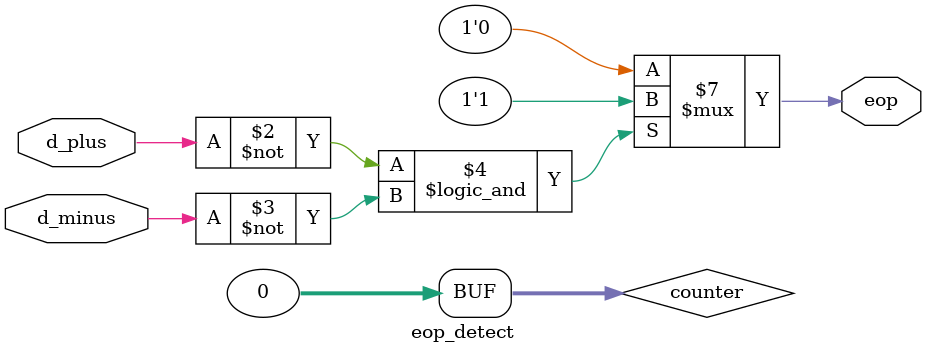
<source format=sv>
module eop_detect
(
	input wire d_plus,
	input wire d_minus,
	output reg eop
);

int counter = 0;
always_comb
begin
	if ((d_plus == 1'b0) && (d_minus == 1'b0))
	begin
		eop = 1'b1;
	end
	else
		eop = 1'b0;


end

endmodule


</source>
